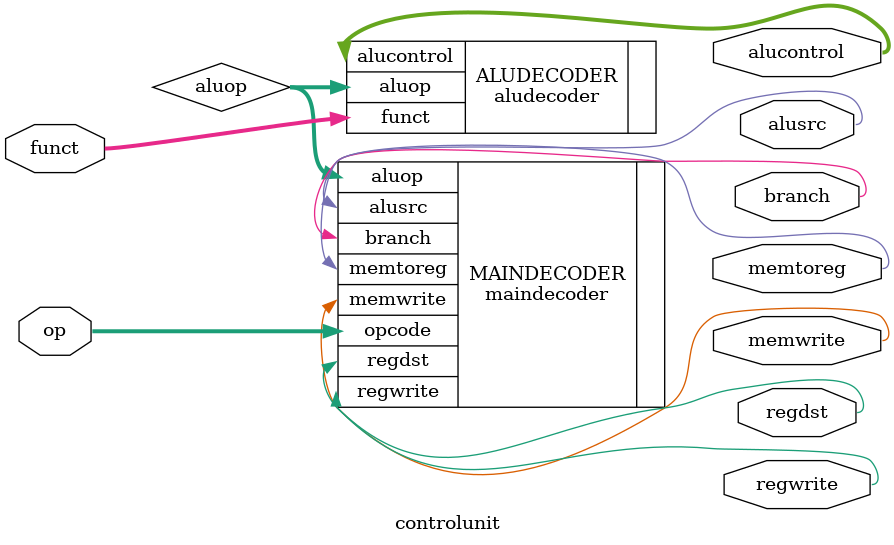
<source format=sv>
module controlunit(
    input [31:26] op,
    input [5:0] funct,
    output [2:0] alucontrol,
    output memtoreg, memwrite, branch, alusrc, regdst, regwrite
);
    
    logic [1:0] aluop;

    maindecoder MAINDECODER(
    .opcode(op),
    .memtoreg(memtoreg),
    .memwrite(memwrite),
    .branch(branch), 
    .alusrc(alusrc),
    .regdst(regdst),
    .regwrite(regwrite),
    .aluop(aluop)
    );

    aludecoder ALUDECODER(
    .aluop(aluop),
    .funct(funct),
    .alucontrol(alucontrol)
    );

endmodule
</source>
